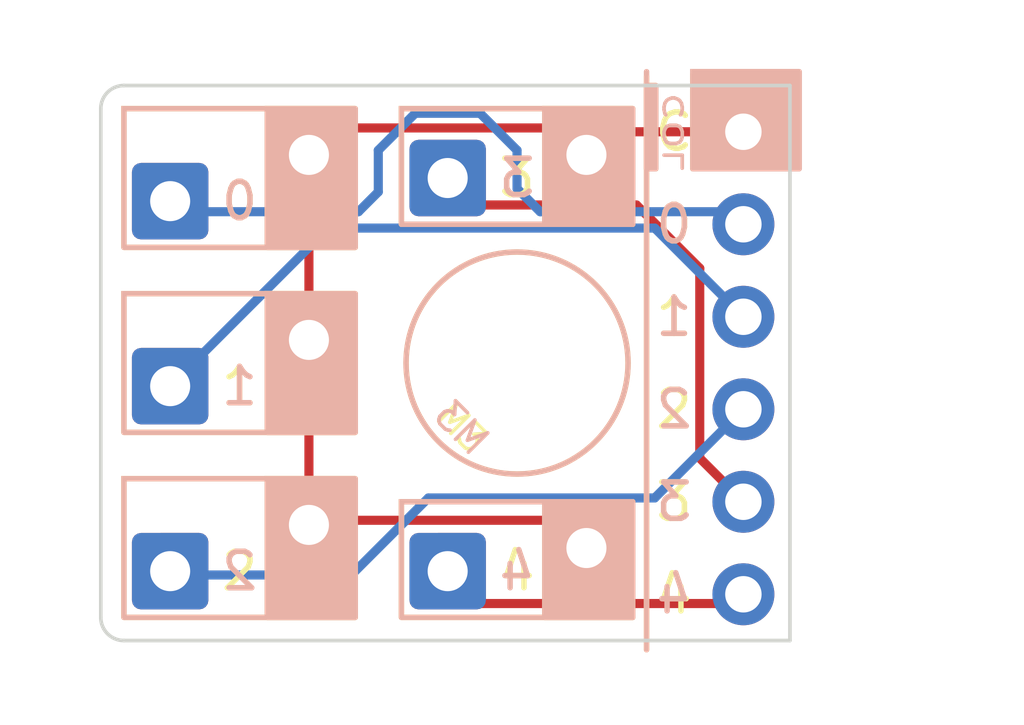
<source format=kicad_pcb>
(kicad_pcb (version 20211014) (generator pcbnew)
  (layers (0 "F.Cu" signal) (31 "B.Cu" signal) (34 "B.Paste" user) (35 "F.Paste" user) (36 "B.SilkS" user "B.Silkscreen") (37 "F.SilkS" user "F.Silkscreen") (38 "B.Mask" user) (39 "F.Mask" user) (44 "Edge.Cuts" user))
  (net 0 "")
  (net 1 "Net-(J11-Pad2)")
  (net 2 "Net-(J11-Pad3)")
  (net 3 "Net-(J11-Pad6)")
  (net 4 "Net-(J11-Pad4)")
  (net 5 "Net-(J9-Pad1)")
  (net 6 "/c")
  (footprint "Connector_Wire:SolderWire-0.5sqmm_1x01_D0.9mm_OD2.1mm" (layer "F.Cu") (at 122.555 78.105)
    (fp_text reference "J8")
    (fp_text value "Conn_01x01")
    (pad "1" thru_hole roundrect (at 0 0) (size 2.1 2.1) (drill 1.1) (layers *.Cu *.Mask) (roundrect_rratio 0.119048) (net 4 "Net-(J11-Pad4)"))
  )
  (footprint "Connector_Wire:SolderWire-0.5sqmm_1x01_D0.9mm_OD2.1mm" (layer "F.Cu") (at 122.555 73.025)
    (fp_text reference "J7")
    (fp_text value "Conn_01x01")
    (pad "1" thru_hole roundrect (at 0 0) (size 2.1 2.1) (drill 1.1) (layers *.Cu *.Mask) (roundrect_rratio 0.119048) (net 2 "Net-(J11-Pad3)"))
  )
  (footprint "Connector_Wire:SolderWire-0.5sqmm_1x01_D0.9mm_OD2.1mm" (layer "F.Cu") (at 130.175 67.31)
    (fp_text reference "J9")
    (fp_text value "Conn_01x01")
    (pad "1" thru_hole roundrect (at 0 0) (size 2.1 2.1) (drill 1.1) (layers *.Cu *.Mask) (roundrect_rratio 0.119048) (net 5 "Net-(J9-Pad1)"))
  )
  (footprint "Connector_PinSocket_2.54mm:PinSocket_1x06_P2.54mm_Vertical" (layer "F.Cu") (at 138.295 66.04)
    (fp_text reference "J11")
    (fp_text value "Conn_01x05_Female")
    (fp_text user "3" (at -1.905 10.16 unlocked) (layer "B.SilkS") (effects (justify mirror)))
    (fp_text user "COL" (at -1.905 0 90 unlocked) (layer "B.SilkS") (effects (font (size 0.5 0.75) (thickness 0.1)) (justify mirror)))
    (fp_text user "0" (at -1.905 2.54 unlocked) (layer "B.SilkS") (effects (justify mirror)))
    (fp_text user "4" (at -1.905 12.7 unlocked) (layer "B.SilkS") (effects (justify mirror)))
    (fp_text user "2" (at -1.905 7.62 unlocked) (layer "B.SilkS") (effects (justify mirror)))
    (fp_text user "1" (at -1.905 5.08 unlocked) (layer "B.SilkS") (effects (justify mirror)))
    (fp_text user "0" (at -1.905 2.54 unlocked) (layer "F.SilkS"))
    (fp_text user "3" (at -1.905 10.16 unlocked) (layer "F.SilkS"))
    (fp_text user "1" (at -1.905 5.08 unlocked) (layer "F.SilkS"))
    (fp_text user "4" (at -1.905 12.7 unlocked) (layer "F.SilkS"))
    (fp_text user "2" (at -1.905 7.62 unlocked) (layer "F.SilkS"))
    (fp_text user "C" (at -1.905 0 unlocked) (layer "F.SilkS"))
    (pad "1" thru_hole rect (at 0 0) (size 1.7 1.7) (drill 1) (layers *.Cu *.Mask) (net 6 "/c"))
    (pad "2" thru_hole oval (at 0 2.54) (size 1.7 1.7) (drill 1) (layers *.Cu *.Mask) (net 1 "Net-(J11-Pad2)"))
    (pad "3" thru_hole oval (at 0 5.08) (size 1.7 1.7) (drill 1) (layers *.Cu *.Mask) (net 2 "Net-(J11-Pad3)"))
    (pad "4" thru_hole oval (at 0 7.62) (size 1.7 1.7) (drill 1) (layers *.Cu *.Mask) (net 4 "Net-(J11-Pad4)"))
    (pad "5" thru_hole oval (at 0 10.16) (size 1.7 1.7) (drill 1) (layers *.Cu *.Mask) (net 5 "Net-(J9-Pad1)"))
    (pad "6" thru_hole oval (at 0 12.7) (size 1.7 1.7) (drill 1) (layers *.Cu *.Mask) (net 3 "Net-(J11-Pad6)"))
  )
  (footprint "Connector_Wire:SolderWire-0.5sqmm_1x01_D0.9mm_OD2.1mm" (layer "F.Cu") (at 133.985 77.47)
    (fp_text reference "J5")
    (fp_text value "Conn_01x01")
    (pad "1" thru_hole roundrect (at 0 0) (size 2.1 2.1) (drill 1.1) (layers *.Cu *.Mask) (roundrect_rratio 0.119048) (net 6 "/c"))
  )
  (footprint "Connector_Wire:SolderWire-0.5sqmm_1x01_D0.9mm_OD2.1mm" (layer "F.Cu") (at 122.555 67.945)
    (fp_text reference "J6")
    (fp_text value "Conn_01x01")
    (pad "1" thru_hole roundrect (at 0 0) (size 2.1 2.1) (drill 1.1) (layers *.Cu *.Mask) (roundrect_rratio 0.119048) (net 1 "Net-(J11-Pad2)"))
  )
  (footprint "MountingHole:MountingHole_3.2mm_M3_DIN965" (layer "F.Cu") (at 132.08 72.39)
    (fp_text reference "H1")
    (fp_text value "MountingHole")
    (pad "" np_thru_hole circle (at 0 0) (size 3.2 3.2) (drill 3.2) (layers *.Cu *.Mask))
  )
  (footprint "Connector_Wire:SolderWire-0.5sqmm_1x01_D0.9mm_OD2.1mm" (layer "F.Cu") (at 133.985 66.675)
    (fp_text reference "J4")
    (fp_text value "Conn_01x01")
    (pad "1" thru_hole roundrect (at 0 0) (size 2.1 2.1) (drill 1.1) (layers *.Cu *.Mask) (roundrect_rratio 0.119048) (net 6 "/c"))
  )
  (footprint "Connector_Wire:SolderWire-0.5sqmm_1x01_D0.9mm_OD2.1mm" (layer "F.Cu") (at 130.175 78.105)
    (fp_text reference "J10")
    (fp_text value "Conn_01x01")
    (pad "1" thru_hole roundrect (at 0 0) (size 2.1 2.1) (drill 1.1) (layers *.Cu *.Mask) (roundrect_rratio 0.119048) (net 3 "Net-(J11-Pad6)"))
  )
  (footprint "Connector_Wire:SolderWire-0.5sqmm_1x01_D0.9mm_OD2.1mm" (layer "F.Cu") (at 126.365 76.835)
    (fp_text reference "J3")
    (fp_text value "Conn_01x01")
    (pad "1" thru_hole roundrect (at 0 0) (size 2.1 2.1) (drill 1.1) (layers *.Cu *.Mask) (roundrect_rratio 0.119048) (net 6 "/c"))
  )
  (footprint "Connector_Wire:SolderWire-0.5sqmm_1x01_D0.9mm_OD2.1mm" (layer "F.Cu") (at 126.365 66.675)
    (fp_text reference "J1")
    (fp_text value "Conn_01x01")
    (pad "1" thru_hole roundrect (at 0 0) (size 2.1 2.1) (drill 1.1) (layers *.Cu *.Mask) (roundrect_rratio 0.119048) (net 6 "/c"))
  )
  (footprint "Connector_Wire:SolderWire-0.5sqmm_1x01_D0.9mm_OD2.1mm" (layer "F.Cu") (at 126.365 71.755)
    (fp_text reference "J2")
    (fp_text value "Conn_01x01")
    (pad "1" thru_hole roundrect (at 0 0) (size 2.1 2.1) (drill 1.1) (layers *.Cu *.Mask) (roundrect_rratio 0.119048) (net 6 "/c"))
  )
  (gr_rect (start 127.635 65.405) (end 125.222 69.215) (layer "B.SilkS") (width 0.15) (fill solid))
  (gr_rect (start 128.905 65.405) (end 135.255 68.58) (layer "B.SilkS") (width 0.15) (fill none))
  (gr_rect (start 135.636 64.77) (end 135.89 67.056) (layer "B.SilkS") (width 0.15) (fill solid))
  (gr_line (start 135.636 64.389) (end 135.636 80.264) (layer "B.SilkS") (width 0.15))
  (gr_rect (start 128.905 76.2) (end 135.255 79.375) (layer "B.SilkS") (width 0.15) (fill none))
  (gr_rect (start 139.827 64.389) (end 136.906 67.056) (layer "B.SilkS") (width 0.15) (fill solid))
  (gr_rect (start 121.285 65.405) (end 127.635 69.215) (layer "B.SilkS") (width 0.15) (fill none))
  (gr_rect (start 127.635 75.565) (end 125.222 79.375) (layer "B.SilkS") (width 0.15) (fill solid))
  (gr_circle (center 132.08 72.39) (end 135.128 72.39) (layer "B.SilkS") (width 0.15) (fill none))
  (gr_rect (start 121.285 70.485) (end 127.635 74.295) (layer "B.SilkS") (width 0.15) (fill none))
  (gr_rect (start 121.285 75.565) (end 127.635 79.375) (layer "B.SilkS") (width 0.15) (fill none))
  (gr_rect (start 127.635 70.485) (end 125.222 74.295) (layer "B.SilkS") (width 0.15) (fill solid))
  (gr_rect (start 135.255 76.2) (end 132.842 79.375) (layer "B.SilkS") (width 0.15) (fill solid))
  (gr_rect (start 135.255 65.405) (end 132.842 68.58) (layer "B.SilkS") (width 0.15) (fill solid))
  (gr_rect (start 125.222 79.375) (end 127.635 75.565) (layer "F.SilkS") (width 0.15) (fill solid))
  (gr_rect (start 127.635 74.295) (end 121.285 70.485) (layer "F.SilkS") (width 0.15) (fill none))
  (gr_rect (start 125.222 74.295) (end 127.635 70.485) (layer "F.SilkS") (width 0.15) (fill solid))
  (gr_circle (center 132.08 72.39) (end 135.128 72.39) (layer "F.SilkS") (width 0.15) (fill none))
  (gr_line (start 135.636 64.516) (end 135.636 80.264) (layer "F.SilkS") (width 0.15))
  (gr_rect (start 132.842 68.58) (end 135.255 65.405) (layer "F.SilkS") (width 0.15) (fill solid))
  (gr_rect (start 136.906 67.056) (end 139.7 64.516) (layer "F.SilkS") (width 0.15) (fill solid))
  (gr_rect (start 127.635 69.215) (end 121.285 65.405) (layer "F.SilkS") (width 0.15) (fill none))
  (gr_rect (start 135.255 79.375) (end 128.905 76.2) (layer "F.SilkS") (width 0.15) (fill none))
  (gr_rect (start 127.635 79.375) (end 121.285 75.565) (layer "F.SilkS") (width 0.15) (fill none))
  (gr_rect (start 132.842 79.375) (end 135.255 76.2) (layer "F.SilkS") (width 0.15) (fill solid))
  (gr_rect (start 135.255 68.58) (end 128.905 65.405) (layer "F.SilkS") (width 0.15) (fill none))
  (gr_rect (start 125.222 69.215) (end 127.635 65.405) (layer "F.SilkS") (width 0.15) (fill solid))
  (gr_rect (start 135.636 64.77) (end 135.89 67.056) (layer "F.SilkS") (width 0.15) (fill solid))
  (gr_line (start 139.573 80.01) (end 121.285 80.01) (layer "Edge.Cuts") (width 0.1))
  (gr_line (start 121.285 64.77) (end 139.573 64.77) (layer "Edge.Cuts") (width 0.1))
  (gr_line (start 139.573 64.77) (end 139.573 80.01) (layer "Edge.Cuts") (width 0.1))
  (gr_line (start 120.65 79.375) (end 120.65 65.405) (layer "Edge.Cuts") (width 0.1))
  (gr_arc (start 120.65 65.405) (mid 120.835987 64.955987) (end 121.285 64.77) (layer "Edge.Cuts") (width 0.1))
  (gr_arc (start 121.285 80.01) (mid 120.835987 79.824013) (end 120.65 79.375) (layer "Edge.Cuts") (width 0.1))
  (gr_text "3" (at 132.08 67.31) (layer "B.SilkS") (effects (font (size 1 1)) (justify mirror)))
  (gr_text "M3" (at 130.556 74.168 315) (layer "B.SilkS") (effects (font (size 0.75 0.75) (thickness 0.1)) (justify mirror)))
  (gr_text "4" (at 132.08 78.105) (layer "B.SilkS") (effects (font (size 1 1)) (justify mirror)))
  (gr_text "0" (at 124.46 67.945) (layer "B.SilkS") (effects (font (size 1 1)) (justify mirror)))
  (gr_text "1" (at 124.46 73.025) (layer "B.SilkS") (effects (font (size 1 1)) (justify mirror)))
  (gr_text "2" (at 124.46 78.105) (layer "B.SilkS") (effects (font (size 1 1)) (justify mirror)))
  (gr_text "4" (at 132.08 78.105) (layer "F.SilkS") (effects (font (size 1 1))))
  (gr_text "1" (at 124.46 73.025) (layer "F.SilkS") (effects (font (size 1 1))))
  (gr_text "2\n" (at 124.46 78.105) (layer "F.SilkS") (effects (font (size 1 1))))
  (gr_text "M3" (at 130.556 74.168 315) (layer "F.SilkS") (effects (font (size 0.7 0.7) (thickness 0.1))))
  (gr_text "0" (at 124.46 67.945) (layer "F.SilkS") (effects (font (size 1 1))))
  (gr_text "3" (at 132.08 67.31) (layer "F.SilkS") (effects (font (size 1 1))))
  (segment (start 138.19 68.685) (end 138.295 68.58) (width 0.25) (layer "B.Cu") (net 1))
  (segment (start 129.286 65.532) (end 131.064 65.532) (width 0.25) (layer "B.Cu") (net 1))
  (segment (start 128.27 66.548) (end 129.286 65.532) (width 0.25) (layer "B.Cu") (net 1))
  (segment (start 122.555 67.945) (end 122.845 68.235) (width 0.25) (layer "B.Cu") (net 1))
  (segment (start 122.845 68.235) (end 127.726 68.235) (width 0.25) (layer "B.Cu") (net 1))
  (segment (start 131.064 65.532) (end 132.08 66.548) (width 0.25) (layer "B.Cu") (net 1))
  (segment (start 132.715 68.235) (end 137.95 68.235) (width 0.25) (layer "B.Cu") (net 1))
  (segment (start 127.726 68.235) (end 128.27 67.691) (width 0.25) (layer "B.Cu") (net 1))
  (segment (start 132.08 67.6) (end 132.715 68.235) (width 0.25) (layer "B.Cu") (net 1))
  (segment (start 132.08 66.548) (end 132.08 67.6) (width 0.25) (layer "B.Cu") (net 1))
  (segment (start 128.27 67.691) (end 128.27 66.548) (width 0.25) (layer "B.Cu") (net 1))
  (segment (start 138.295 68.58) (end 137.787 68.072) (width 0.25) (layer "B.Cu") (net 1))
  (segment (start 137.95 68.235) (end 138.295 68.58) (width 0.25) (layer "B.Cu") (net 1))
  (segment (start 122.555 67.945) (end 123.295 68.685) (width 0.25) (layer "B.Cu") (net 1))
  (segment (start 135.86 68.685) (end 138.295 71.12) (width 0.25) (layer "B.Cu") (net 2))
  (segment (start 126.895 68.685) (end 122.555 73.025) (width 0.25) (layer "B.Cu") (net 2))
  (segment (start 126.895 68.685) (end 135.86 68.685) (width 0.25) (layer "B.Cu") (net 2))
  (segment (start 130.175 78.105) (end 131.064 78.994) (width 0.25) (layer "F.Cu") (net 3))
  (segment (start 131.064 78.994) (end 138.041 78.994) (width 0.25) (layer "F.Cu") (net 3))
  (segment (start 122.555 78.105) (end 122.66 78.21) (width 0.25) (layer "B.Cu") (net 4))
  (segment (start 129.645 76.095) (end 135.86 76.095) (width 0.25) (layer "B.Cu") (net 4))
  (segment (start 135.86 76.095) (end 138.295 73.66) (width 0.25) (layer "B.Cu") (net 4))
  (segment (start 127.53 78.21) (end 129.645 76.095) (width 0.25) (layer "B.Cu") (net 4))
  (segment (start 122.66 78.21) (end 127.53 78.21) (width 0.25) (layer "B.Cu") (net 4))
  (segment (start 138.295 76.2) (end 137.096778 75.001778) (width 0.25) (layer "F.Cu") (net 5))
  (segment (start 137.096778 75.001778) (end 137.096778 69.786778) (width 0.25) (layer "F.Cu") (net 5))
  (segment (start 137.096778 69.786778) (end 135.36 68.05) (width 0.25) (layer "F.Cu") (net 5))
  (segment (start 135.36 68.05) (end 130.915 68.05) (width 0.25) (layer "F.Cu") (net 5))
  (segment (start 130.915 68.05) (end 130.175 67.31) (width 0.25) (layer "F.Cu") (net 5))
  (segment (start 126.365 71.755) (end 126.365 76.835) (width 0.25) (layer "F.Cu") (net 6))
  (segment (start 138.295 66.04) (end 134.62 66.04) (width 0.25) (layer "F.Cu") (net 6))
  (segment (start 133.245 65.935) (end 126.47 65.935) (width 0.25) (layer "F.Cu") (net 6))
  (segment (start 133.223 76.708) (end 125.857 76.708) (width 0.25) (layer "F.Cu") (net 6))
  (segment (start 126.365 66.675) (end 126.365 71.755) (width 0.25) (layer "F.Cu") (net 6))
)
</source>
